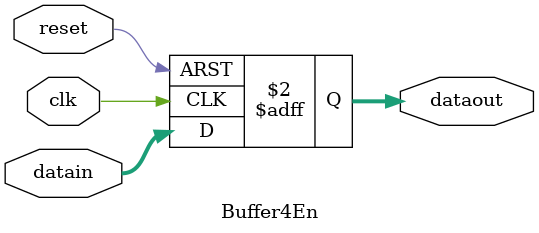
<source format=v>
module Buffer4En(
 		input				reset,
 		input				clk,
 		input		[8:0]	datain,//9
 		output	reg	[8:0]	dataout);//9
	always@(negedge clk or posedge reset)begin
		if(reset)begin
			dataout<=9'd0;
		end else begin
			dataout<=datain;
		end
	end
endmodule
</source>
